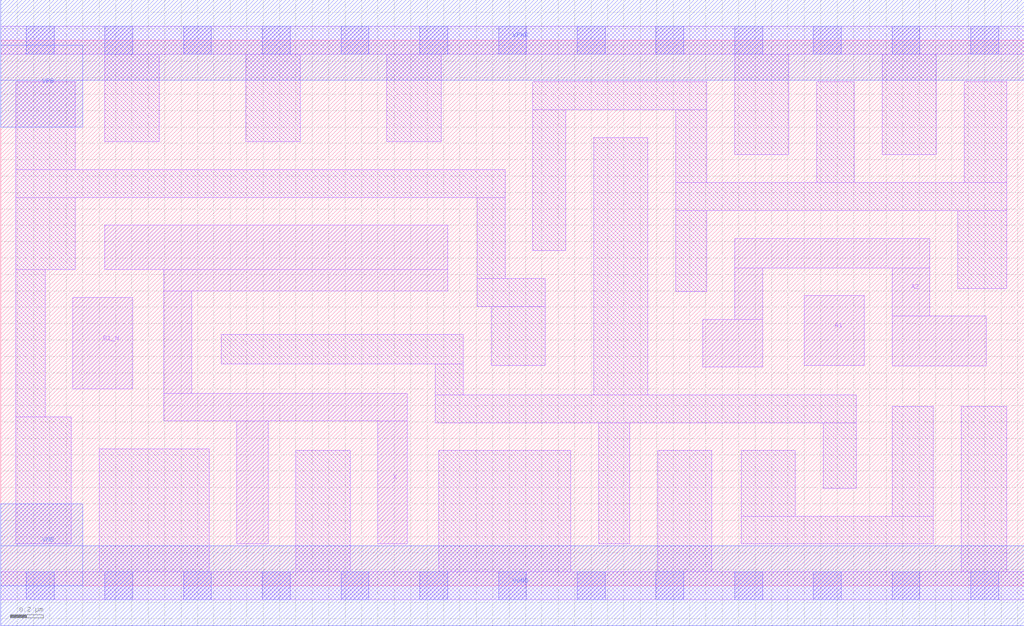
<source format=lef>
# Copyright 2020 The SkyWater PDK Authors
#
# Licensed under the Apache License, Version 2.0 (the "License");
# you may not use this file except in compliance with the License.
# You may obtain a copy of the License at
#
#     https://www.apache.org/licenses/LICENSE-2.0
#
# Unless required by applicable law or agreed to in writing, software
# distributed under the License is distributed on an "AS IS" BASIS,
# WITHOUT WARRANTIES OR CONDITIONS OF ANY KIND, either express or implied.
# See the License for the specific language governing permissions and
# limitations under the License.
#
# SPDX-License-Identifier: Apache-2.0

VERSION 5.5 ;
NAMESCASESENSITIVE ON ;
BUSBITCHARS "[]" ;
DIVIDERCHAR "/" ;
MACRO sky130_fd_sc_lp__a21bo_4
  CLASS CORE ;
  SOURCE USER ;
  ORIGIN  0.000000  0.000000 ;
  SIZE  6.240000 BY  3.330000 ;
  SYMMETRY X Y R90 ;
  SITE unit ;
  PIN A1
    ANTENNAGATEAREA  0.630000 ;
    DIRECTION INPUT ;
    USE SIGNAL ;
    PORT
      LAYER li1 ;
        RECT 4.900000 1.345000 5.265000 1.770000 ;
    END
  END A1
  PIN A2
    ANTENNAGATEAREA  0.630000 ;
    DIRECTION INPUT ;
    USE SIGNAL ;
    PORT
      LAYER li1 ;
        RECT 4.280000 1.335000 4.645000 1.625000 ;
        RECT 4.475000 1.625000 4.645000 1.940000 ;
        RECT 4.475000 1.940000 5.665000 2.120000 ;
        RECT 5.435000 1.340000 6.010000 1.645000 ;
        RECT 5.435000 1.645000 5.665000 1.940000 ;
    END
  END A2
  PIN B1_N
    ANTENNAGATEAREA  0.315000 ;
    DIRECTION INPUT ;
    USE SIGNAL ;
    PORT
      LAYER li1 ;
        RECT 0.440000 1.200000 0.805000 1.760000 ;
    END
  END B1_N
  PIN X
    ANTENNADIFFAREA  1.184400 ;
    DIRECTION OUTPUT ;
    USE SIGNAL ;
    PORT
      LAYER li1 ;
        RECT 0.635000 1.930000 2.725000 2.200000 ;
        RECT 0.995000 1.005000 2.480000 1.175000 ;
        RECT 0.995000 1.175000 1.165000 1.800000 ;
        RECT 0.995000 1.800000 2.725000 1.930000 ;
        RECT 1.440000 0.255000 1.630000 1.005000 ;
        RECT 2.300000 0.255000 2.480000 1.005000 ;
    END
  END X
  PIN VGND
    DIRECTION INOUT ;
    USE GROUND ;
    PORT
      LAYER met1 ;
        RECT 0.000000 -0.245000 6.240000 0.245000 ;
    END
  END VGND
  PIN VNB
    DIRECTION INOUT ;
    USE GROUND ;
    PORT
    END
  END VNB
  PIN VPB
    DIRECTION INOUT ;
    USE POWER ;
    PORT
    END
  END VPB
  PIN VNB
    DIRECTION INOUT ;
    USE GROUND ;
    PORT
      LAYER met1 ;
        RECT 0.000000 0.000000 0.500000 0.500000 ;
    END
  END VNB
  PIN VPB
    DIRECTION INOUT ;
    USE POWER ;
    PORT
      LAYER met1 ;
        RECT 0.000000 2.800000 0.500000 3.300000 ;
    END
  END VPB
  PIN VPWR
    DIRECTION INOUT ;
    USE POWER ;
    PORT
      LAYER met1 ;
        RECT 0.000000 3.085000 6.240000 3.575000 ;
    END
  END VPWR
  OBS
    LAYER li1 ;
      RECT 0.000000 -0.085000 6.240000 0.085000 ;
      RECT 0.000000  3.245000 6.240000 3.415000 ;
      RECT 0.090000  0.255000 0.430000 1.030000 ;
      RECT 0.090000  1.030000 0.270000 1.930000 ;
      RECT 0.090000  1.930000 0.455000 2.370000 ;
      RECT 0.090000  2.370000 3.075000 2.540000 ;
      RECT 0.090000  2.540000 0.455000 3.075000 ;
      RECT 0.600000  0.085000 1.270000 0.835000 ;
      RECT 0.635000  2.710000 0.965000 3.245000 ;
      RECT 1.345000  1.355000 2.820000 1.535000 ;
      RECT 1.495000  2.710000 1.825000 3.245000 ;
      RECT 1.800000  0.085000 2.130000 0.825000 ;
      RECT 2.355000  2.710000 2.685000 3.245000 ;
      RECT 2.650000  0.995000 5.215000 1.165000 ;
      RECT 2.650000  1.165000 2.820000 1.355000 ;
      RECT 2.670000  0.085000 3.475000 0.825000 ;
      RECT 2.905000  1.705000 3.320000 1.875000 ;
      RECT 2.905000  1.875000 3.075000 2.370000 ;
      RECT 2.990000  1.345000 3.320000 1.705000 ;
      RECT 3.245000  2.045000 3.445000 2.905000 ;
      RECT 3.245000  2.905000 4.305000 3.075000 ;
      RECT 3.615000  1.165000 3.945000 2.735000 ;
      RECT 3.645000  0.255000 3.835000 0.995000 ;
      RECT 4.005000  0.085000 4.335000 0.825000 ;
      RECT 4.115000  1.795000 4.305000 2.290000 ;
      RECT 4.115000  2.290000 6.135000 2.460000 ;
      RECT 4.115000  2.460000 4.305000 2.905000 ;
      RECT 4.475000  2.630000 4.805000 3.245000 ;
      RECT 4.515000  0.255000 5.685000 0.425000 ;
      RECT 4.515000  0.425000 4.845000 0.825000 ;
      RECT 4.975000  2.460000 5.205000 3.075000 ;
      RECT 5.015000  0.595000 5.215000 0.995000 ;
      RECT 5.375000  2.630000 5.705000 3.245000 ;
      RECT 5.435000  0.425000 5.685000 1.095000 ;
      RECT 5.835000  1.815000 6.135000 2.290000 ;
      RECT 5.855000  0.085000 6.135000 1.095000 ;
      RECT 5.875000  2.460000 6.135000 3.075000 ;
    LAYER mcon ;
      RECT 0.155000 -0.085000 0.325000 0.085000 ;
      RECT 0.155000  3.245000 0.325000 3.415000 ;
      RECT 0.635000 -0.085000 0.805000 0.085000 ;
      RECT 0.635000  3.245000 0.805000 3.415000 ;
      RECT 1.115000 -0.085000 1.285000 0.085000 ;
      RECT 1.115000  3.245000 1.285000 3.415000 ;
      RECT 1.595000 -0.085000 1.765000 0.085000 ;
      RECT 1.595000  3.245000 1.765000 3.415000 ;
      RECT 2.075000 -0.085000 2.245000 0.085000 ;
      RECT 2.075000  3.245000 2.245000 3.415000 ;
      RECT 2.555000 -0.085000 2.725000 0.085000 ;
      RECT 2.555000  3.245000 2.725000 3.415000 ;
      RECT 3.035000 -0.085000 3.205000 0.085000 ;
      RECT 3.035000  3.245000 3.205000 3.415000 ;
      RECT 3.515000 -0.085000 3.685000 0.085000 ;
      RECT 3.515000  3.245000 3.685000 3.415000 ;
      RECT 3.995000 -0.085000 4.165000 0.085000 ;
      RECT 3.995000  3.245000 4.165000 3.415000 ;
      RECT 4.475000 -0.085000 4.645000 0.085000 ;
      RECT 4.475000  3.245000 4.645000 3.415000 ;
      RECT 4.955000 -0.085000 5.125000 0.085000 ;
      RECT 4.955000  3.245000 5.125000 3.415000 ;
      RECT 5.435000 -0.085000 5.605000 0.085000 ;
      RECT 5.435000  3.245000 5.605000 3.415000 ;
      RECT 5.915000 -0.085000 6.085000 0.085000 ;
      RECT 5.915000  3.245000 6.085000 3.415000 ;
  END
END sky130_fd_sc_lp__a21bo_4
END LIBRARY

</source>
